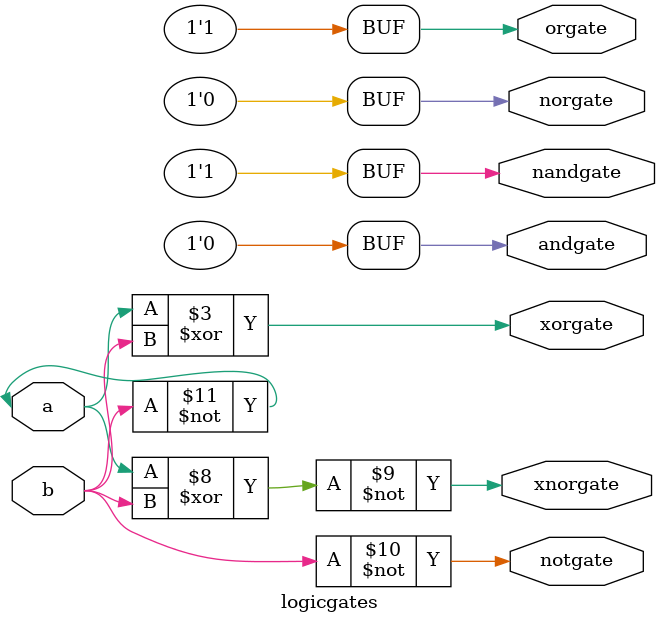
<source format=v>
module logicgates(a,b,andgate,orgate,xorgate,nandgate,norgate,xnorgate,notgate);
input a,b;
output andgate,orgate,xorgate,nandgate,norgate,xnorgate,notgate;
and(andgate,a,b);
or(orgate,a,b);
xor(xorgate,a,b);
nand(nandgate,a,b);
nor(norgate,a,b);
xnor(xnorgate,a,b);
not(notgate,a,b);
endmodule

</source>
